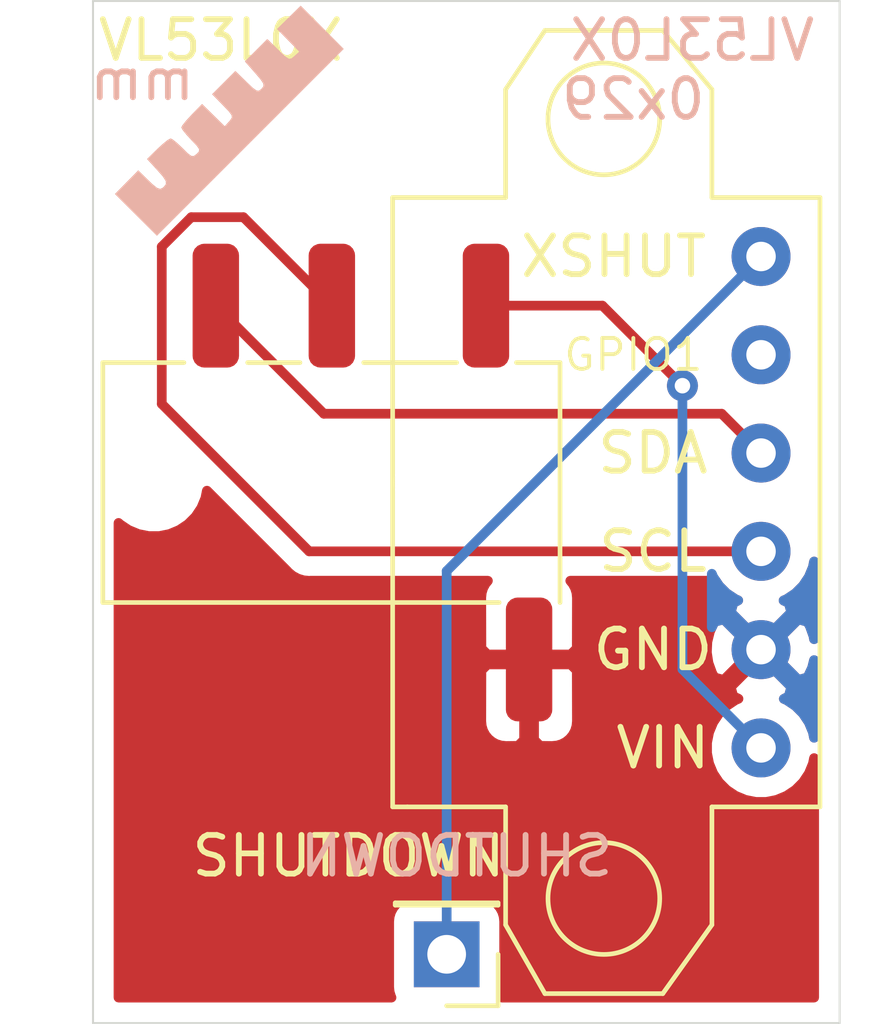
<source format=kicad_pcb>
(kicad_pcb (version 20171130) (host pcbnew "(5.1.5)-3")

  (general
    (thickness 1.6)
    (drawings 10)
    (tracks 17)
    (zones 0)
    (modules 4)
    (nets 7)
  )

  (page A4)
  (layers
    (0 F.Cu signal)
    (31 B.Cu signal)
    (32 B.Adhes user)
    (33 F.Adhes user)
    (34 B.Paste user)
    (35 F.Paste user)
    (36 B.SilkS user)
    (37 F.SilkS user)
    (38 B.Mask user)
    (39 F.Mask user)
    (40 Dwgs.User user)
    (41 Cmts.User user)
    (42 Eco1.User user)
    (43 Eco2.User user)
    (44 Edge.Cuts user)
    (45 Margin user)
    (46 B.CrtYd user)
    (47 F.CrtYd user)
    (48 B.Fab user)
    (49 F.Fab user)
  )

  (setup
    (last_trace_width 0.25)
    (trace_clearance 0.2)
    (zone_clearance 0.508)
    (zone_45_only no)
    (trace_min 0.2)
    (via_size 0.8)
    (via_drill 0.4)
    (via_min_size 0.4)
    (via_min_drill 0.3)
    (uvia_size 0.3)
    (uvia_drill 0.1)
    (uvias_allowed no)
    (uvia_min_size 0.2)
    (uvia_min_drill 0.1)
    (edge_width 0.05)
    (segment_width 0.2)
    (pcb_text_width 0.3)
    (pcb_text_size 1.5 1.5)
    (mod_edge_width 0.12)
    (mod_text_size 1 1)
    (mod_text_width 0.15)
    (pad_size 1.524 1.524)
    (pad_drill 0.762)
    (pad_to_mask_clearance 0.051)
    (solder_mask_min_width 0.25)
    (aux_axis_origin 0 0)
    (visible_elements 7FFFFFFF)
    (pcbplotparams
      (layerselection 0x010fc_ffffffff)
      (usegerberextensions false)
      (usegerberattributes false)
      (usegerberadvancedattributes false)
      (creategerberjobfile false)
      (excludeedgelayer true)
      (linewidth 0.100000)
      (plotframeref false)
      (viasonmask false)
      (mode 1)
      (useauxorigin false)
      (hpglpennumber 1)
      (hpglpenspeed 20)
      (hpglpendiameter 15.000000)
      (psnegative false)
      (psa4output false)
      (plotreference true)
      (plotvalue true)
      (plotinvisibletext false)
      (padsonsilk false)
      (subtractmaskfromsilk false)
      (outputformat 1)
      (mirror false)
      (drillshape 0)
      (scaleselection 1)
      (outputdirectory "gerbers/"))
  )

  (net 0 "")
  (net 1 GND)
  (net 2 SDA)
  (net 3 SCL)
  (net 4 +3V3)
  (net 5 XSHUT)
  (net 6 "Net-(U1-Pad5)")

  (net_class Default "Ceci est la Netclass par défaut."
    (clearance 0.2)
    (trace_width 0.25)
    (via_dia 0.8)
    (via_drill 0.4)
    (uvia_dia 0.3)
    (uvia_drill 0.1)
    (add_net +3V3)
    (add_net GND)
    (add_net "Net-(U1-Pad5)")
    (add_net SCL)
    (add_net SDA)
    (add_net XSHUT)
  )

  (module usini_sensors:logo_distance (layer B.Cu) (tedit 5FDB7EF1) (tstamp 5FDCE6D2)
    (at 165.354 21.336 90)
    (fp_text reference G*** (at 0 4.318 90) (layer B.SilkS) hide
      (effects (font (size 1.524 1.524) (thickness 0.3)) (justify mirror))
    )
    (fp_text value LOGO (at 1.016 -4.064 90) (layer B.SilkS) hide
      (effects (font (size 1.524 1.524) (thickness 0.3)) (justify mirror))
    )
    (fp_poly (pts (xy 2.110165 2.366653) (xy 2.666147 1.813247) (xy 2.068321 1.206295) (xy 1.776067 1.494154)
      (xy 1.483814 1.782013) (xy 1.365444 1.651215) (xy 1.305099 1.57591) (xy 1.295536 1.510456)
      (xy 1.348571 1.424391) (xy 1.476018 1.287253) (xy 1.526658 1.235541) (xy 1.806243 0.950665)
      (xy 1.230868 0.37529) (xy 0.928567 0.641386) (xy 0.761338 0.783614) (xy 0.657627 0.850612)
      (xy 0.588274 0.853982) (xy 0.524121 0.805329) (xy 0.52197 0.803186) (xy 0.472323 0.739121)
      (xy 0.475889 0.672247) (xy 0.545385 0.574502) (xy 0.693527 0.41782) (xy 0.699209 0.412028)
      (xy 0.980743 0.125165) (xy 0.382835 -0.472743) (xy 0.097959 -0.193158) (xy -0.058944 -0.042754)
      (xy -0.156241 0.02993) (xy -0.224396 0.036707) (xy -0.293871 -0.010607) (xy -0.317715 -0.031944)
      (xy -0.448513 -0.150314) (xy 0.127473 -0.735092) (xy -0.145042 -1.002546) (xy -0.29928 -1.145007)
      (xy -0.421689 -1.242023) (xy -0.47625 -1.27) (xy -0.550244 -1.228672) (xy -0.680367 -1.121886)
      (xy -0.795673 -1.014113) (xy -0.944595 -0.872619) (xy -1.03504 -0.810108) (xy -1.097565 -0.815)
      (xy -1.162235 -0.87517) (xy -1.216099 -0.948206) (xy -1.213449 -1.016536) (xy -1.14141 -1.111995)
      (xy -1.015034 -1.239193) (xy -0.875483 -1.386161) (xy -0.783583 -1.503458) (xy -0.762 -1.550358)
      (xy -0.803457 -1.626902) (xy -0.910899 -1.759633) (xy -1.027109 -1.884569) (xy -1.292218 -2.154695)
      (xy -1.565441 -1.902847) (xy -1.744231 -1.74559) (xy -1.861647 -1.670696) (xy -1.944691 -1.669323)
      (xy -2.020366 -1.73263) (xy -2.034496 -1.749256) (xy -2.06764 -1.818412) (xy -2.039808 -1.901989)
      (xy -1.937265 -2.027617) (xy -1.851779 -2.116776) (xy -1.587517 -2.38604) (xy -1.890921 -2.684882)
      (xy -2.194326 -2.983724) (xy -2.731429 -2.443816) (xy -3.268533 -1.903908) (xy -0.857175 0.508076)
      (xy 1.554182 2.92006) (xy 2.110165 2.366653)) (layer B.SilkS) (width 0.01))
  )

  (module usini_sensors:module_vl53l0x (layer F.Cu) (tedit 5FDA8EEE) (tstamp 5FDCE2D7)
    (at 179.07 22.606 180)
    (path /5FDC8535)
    (fp_text reference U1 (at -1.524 -17.78) (layer F.SilkS) hide
      (effects (font (size 1 1) (thickness 0.15)))
    )
    (fp_text value module_vl53L0x-v2 (at -2.54 -8.636 90) (layer F.Fab)
      (effects (font (size 1 1) (thickness 0.15)))
    )
    (fp_text user XSHUT (at 3.81 -2.54) (layer F.SilkS)
      (effects (font (size 1 1) (thickness 0.15)))
    )
    (fp_text user GPIO1 (at 3.302 -5.08) (layer F.SilkS)
      (effects (font (size 0.8 0.8) (thickness 0.1)))
    )
    (fp_text user SDA (at 2.794 -7.62) (layer F.SilkS)
      (effects (font (size 1 1) (thickness 0.15)))
    )
    (fp_text user SCL (at 2.794 -10.16) (layer F.SilkS)
      (effects (font (size 1 1) (thickness 0.15)))
    )
    (fp_text user GND (at 2.794 -12.7) (layer F.SilkS)
      (effects (font (size 1 1) (thickness 0.15)))
    )
    (fp_text user VIN (at 2.54 -15.24) (layer F.SilkS)
      (effects (font (size 1 1) (thickness 0.15)))
    )
    (fp_line (start 2.54 -21.59) (end 1.27 -19.812) (layer F.SilkS) (width 0.12))
    (fp_line (start 6.604 -16.764) (end 6.604 -19.812) (layer F.SilkS) (width 0.12))
    (fp_line (start 5.588 -21.59) (end 2.54 -21.59) (layer F.SilkS) (width 0.12))
    (fp_line (start 1.27 -19.812) (end 1.27 -16.764) (layer F.SilkS) (width 0.12))
    (fp_line (start 6.604 -19.812) (end 5.588 -21.59) (layer F.SilkS) (width 0.12))
    (fp_line (start 1.27 1.778) (end 2.54 3.302) (layer F.SilkS) (width 0.12))
    (fp_line (start 5.588 3.302) (end 6.604 1.778) (layer F.SilkS) (width 0.12))
    (fp_circle (center 4.064 1.016) (end 4.572 2.368437) (layer F.SilkS) (width 0.12))
    (fp_circle (center 4.064 -19.132437) (end 4.572 -17.78) (layer F.SilkS) (width 0.12))
    (fp_line (start 6.604 -1.016) (end 9.525 -1.016) (layer F.SilkS) (width 0.12))
    (fp_line (start 1.27 -1.016) (end 1.27 1.778) (layer F.SilkS) (width 0.12))
    (fp_line (start 6.604 1.778) (end 6.604 -1.016) (layer F.SilkS) (width 0.12))
    (fp_line (start 2.54 3.302) (end 5.588 3.302) (layer F.SilkS) (width 0.12))
    (fp_line (start 9.144 -16.764) (end 9.525 -16.764) (layer F.SilkS) (width 0.12))
    (fp_line (start 6.604 -16.764) (end 9.144 -16.764) (layer F.SilkS) (width 0.12))
    (fp_line (start -1.524 -1.016) (end -1.524 -16.764) (layer F.SilkS) (width 0.12))
    (fp_line (start 1.27 -1.016) (end -1.524 -1.016) (layer F.SilkS) (width 0.12))
    (fp_line (start 9.525 -16.764) (end 9.525 -1.016) (layer F.SilkS) (width 0.12))
    (fp_line (start -1.524 -16.764) (end 1.27 -16.764) (layer F.SilkS) (width 0.12))
    (pad 6 thru_hole circle (at 0 -2.54 180) (size 1.524 1.524) (drill 0.762) (layers *.Cu *.Mask)
      (net 5 XSHUT))
    (pad 5 thru_hole circle (at 0 -5.08 180) (size 1.524 1.524) (drill 0.762) (layers *.Cu *.Mask)
      (net 6 "Net-(U1-Pad5)"))
    (pad 4 thru_hole circle (at 0 -7.62 180) (size 1.524 1.524) (drill 0.762) (layers *.Cu *.Mask)
      (net 2 SDA))
    (pad 3 thru_hole circle (at 0 -10.16 180) (size 1.524 1.524) (drill 0.762) (layers *.Cu *.Mask)
      (net 3 SCL))
    (pad 2 thru_hole circle (at 0 -12.7 180) (size 1.524 1.524) (drill 0.762) (layers *.Cu *.Mask)
      (net 1 GND))
    (pad 1 thru_hole circle (at 0 -15.24 180) (size 1.524 1.524) (drill 0.762) (layers *.Cu *.Mask)
      (net 4 +3V3))
    (model ${KIPRJMOD}/usini_sensors.pretty/vl53l0x.stp
      (offset (xyz 4 9 9.5))
      (scale (xyz 1 1 1))
      (rotate (xyz -90 0 -90))
    )
    (model ${KISYS3DMOD}/Connector_PinHeader_2.54mm.3dshapes/PinHeader_1x06_P2.54mm_Vertical.step
      (offset (xyz 0 15.4 9.5))
      (scale (xyz 1 1 1))
      (rotate (xyz 0 180 0))
    )
    (model ${KISYS3DMOD}/Connector_PinSocket_2.54mm.3dshapes/PinSocket_1x06_P2.54mm_Vertical.step
      (offset (xyz 0 15.3 0))
      (scale (xyz 1 1 1))
      (rotate (xyz 0 0 0))
    )
  )

  (module Connector_PinHeader_2.54mm:PinHeader_1x01_P2.54mm_Vertical (layer F.Cu) (tedit 59FED5CC) (tstamp 5FDCE2B4)
    (at 170.942 43.18 180)
    (descr "Through hole straight pin header, 1x01, 2.54mm pitch, single row")
    (tags "Through hole pin header THT 1x01 2.54mm single row")
    (path /5FDC9610)
    (fp_text reference J2 (at 0 -2.33) (layer F.SilkS) hide
      (effects (font (size 1 1) (thickness 0.15)))
    )
    (fp_text value "ADDR CHANGE PIN" (at 0 2.33) (layer F.Fab)
      (effects (font (size 1 1) (thickness 0.15)))
    )
    (fp_text user %R (at 0 0 90) (layer F.Fab)
      (effects (font (size 1 1) (thickness 0.15)))
    )
    (fp_line (start 1.8 -1.8) (end -1.8 -1.8) (layer F.CrtYd) (width 0.05))
    (fp_line (start 1.8 1.8) (end 1.8 -1.8) (layer F.CrtYd) (width 0.05))
    (fp_line (start -1.8 1.8) (end 1.8 1.8) (layer F.CrtYd) (width 0.05))
    (fp_line (start -1.8 -1.8) (end -1.8 1.8) (layer F.CrtYd) (width 0.05))
    (fp_line (start -1.33 -1.33) (end 0 -1.33) (layer F.SilkS) (width 0.12))
    (fp_line (start -1.33 0) (end -1.33 -1.33) (layer F.SilkS) (width 0.12))
    (fp_line (start -1.33 1.27) (end 1.33 1.27) (layer F.SilkS) (width 0.12))
    (fp_line (start 1.33 1.27) (end 1.33 1.33) (layer F.SilkS) (width 0.12))
    (fp_line (start -1.33 1.27) (end -1.33 1.33) (layer F.SilkS) (width 0.12))
    (fp_line (start -1.33 1.33) (end 1.33 1.33) (layer F.SilkS) (width 0.12))
    (fp_line (start -1.27 -0.635) (end -0.635 -1.27) (layer F.Fab) (width 0.1))
    (fp_line (start -1.27 1.27) (end -1.27 -0.635) (layer F.Fab) (width 0.1))
    (fp_line (start 1.27 1.27) (end -1.27 1.27) (layer F.Fab) (width 0.1))
    (fp_line (start 1.27 -1.27) (end 1.27 1.27) (layer F.Fab) (width 0.1))
    (fp_line (start -0.635 -1.27) (end 1.27 -1.27) (layer F.Fab) (width 0.1))
    (pad 1 thru_hole rect (at 0 0 180) (size 1.7 1.7) (drill 1) (layers *.Cu *.Mask)
      (net 5 XSHUT))
    (model ${KISYS3DMOD}/Connector_PinHeader_2.54mm.3dshapes/PinHeader_1x01_P2.54mm_Horizontal.wrl
      (at (xyz 0 0 0))
      (scale (xyz 1 1 1))
      (rotate (xyz 0 0 0))
    )
  )

  (module usini_sensors:jack_3.5mm_TRRS (layer F.Cu) (tedit 5FDB7F81) (tstamp 5FDA3052)
    (at 168.148 30.988)
    (descr "Headphones with microphone connector, 3.5mm, 4 pins (http://www.qingpu-electronics.com/en/products/WQP-PJ320D-72.html)")
    (tags "3.5mm jack mic microphone phones headphones 4pins audio plug")
    (path /5FDC3E76)
    (attr smd)
    (fp_text reference J1 (at -0.508 0.508 90) (layer F.SilkS) hide
      (effects (font (size 1 1) (thickness 0.15)))
    )
    (fp_text value AudioJack4 (at -0.025 6.35) (layer F.Fab)
      (effects (font (size 1 1) (thickness 0.15)))
    )
    (fp_circle (center 3.9 -2.35) (end 3.95 -2.1) (layer F.Fab) (width 0.12))
    (fp_line (start -6.096 -3.1) (end -6.096 3.1) (layer F.SilkS) (width 0.12))
    (fp_line (start -8.73 -5) (end 6.07 -5) (layer F.CrtYd) (width 0.05))
    (fp_line (start -8.73 5) (end 6.07 5) (layer F.CrtYd) (width 0.05))
    (fp_line (start 5.725 3.1) (end 5.725 -3.1) (layer F.SilkS) (width 0.12))
    (fp_line (start -8.73 5) (end -8.73 -5) (layer F.CrtYd) (width 0.05))
    (fp_line (start 6.07 5) (end 6.07 -5) (layer F.CrtYd) (width 0.05))
    (fp_line (start -6.096 -3.1) (end -4 -3.1) (layer F.SilkS) (width 0.12))
    (fp_line (start -2.35 -3.1) (end -1 -3.1) (layer F.SilkS) (width 0.12))
    (fp_line (start 0.65 -3.1) (end 3.05 -3.1) (layer F.SilkS) (width 0.12))
    (fp_line (start 4.6 -3.1) (end 5.725 -3.1) (layer F.SilkS) (width 0.12))
    (fp_line (start 4.15 3.1) (end -6.096 3.1) (layer F.SilkS) (width 0.12))
    (fp_line (start 5.575 -2.9) (end 5.575 2.9) (layer F.Fab) (width 0.1))
    (fp_line (start -6.096 -2.9) (end 5.575 -2.9) (layer F.Fab) (width 0.1))
    (fp_line (start -6.096 -2.3) (end -6.096 -2.9) (layer F.Fab) (width 0.1))
    (fp_line (start -8.225 -2.3) (end -6.096 -2.3) (layer F.Fab) (width 0.1))
    (fp_line (start -8.225 2.3) (end -8.225 -2.3) (layer F.Fab) (width 0.1))
    (fp_line (start -6.096 2.3) (end -8.225 2.3) (layer F.Fab) (width 0.1))
    (fp_line (start -6.096 2.9) (end -6.096 2.286) (layer F.Fab) (width 0.1))
    (fp_line (start 5.575 2.9) (end -6.096 2.9) (layer F.Fab) (width 0.1))
    (fp_text user %R (at -1.195 0) (layer F.Fab)
      (effects (font (size 1 1) (thickness 0.15)))
    )
    (pad "" np_thru_hole circle (at 2.225 0) (size 1.5 1.5) (drill 1.5) (layers *.Cu *.Mask))
    (pad "" np_thru_hole circle (at -4.775 0) (size 1.5 1.5) (drill 1.5) (layers *.Cu *.Mask))
    (pad R2 smd roundrect (at -3.175 -4.572) (size 1.2 3.2) (layers F.Cu F.Paste F.Mask) (roundrect_rratio 0.25)
      (net 2 SDA))
    (pad R1 smd roundrect (at -0.175 -4.572) (size 1.2 3.2) (layers F.Cu F.Paste F.Mask) (roundrect_rratio 0.25)
      (net 3 SCL))
    (pad T smd roundrect (at 3.81 -4.572) (size 1.2 3.2) (layers F.Cu F.Paste F.Mask) (roundrect_rratio 0.25)
      (net 4 +3V3))
    (pad S smd roundrect (at 4.925 4.572) (size 1.2 3.2) (layers F.Cu F.Paste F.Mask) (roundrect_rratio 0.25)
      (net 1 GND))
    (model ${KIPRJMOD}/usini_sensors.pretty/audio_3.5mm_trrs.step
      (offset (xyz 5.5 -3 0))
      (scale (xyz 1 1 1))
      (rotate (xyz 0 0 -90))
    )
  )

  (gr_text SHUTDOWN (at 168.402 40.64) (layer F.SilkS) (tstamp 5FDCE7AA)
    (effects (font (size 1 1) (thickness 0.15)))
  )
  (gr_text mm (at 163.068 20.574) (layer B.SilkS)
    (effects (font (size 1 1) (thickness 0.15)) (justify mirror))
  )
  (gr_text VL53L0X (at 165.1 19.558) (layer F.SilkS)
    (effects (font (size 1 1) (thickness 0.15)))
  )
  (gr_line (start 181.102 44.958) (end 181.102 18.542) (layer Edge.Cuts) (width 0.05))
  (gr_line (start 161.798 44.958) (end 181.102 44.958) (layer Edge.Cuts) (width 0.05))
  (gr_line (start 161.798 18.542) (end 161.798 44.958) (layer Edge.Cuts) (width 0.05))
  (gr_line (start 181.102 18.542) (end 161.798 18.542) (layer Edge.Cuts) (width 0.05))
  (gr_text SHUTDOWN (at 171.196 40.64) (layer B.SilkS)
    (effects (font (size 1 1) (thickness 0.15)) (justify mirror))
  )
  (gr_text 0x29 (at 175.768 21.082) (layer B.SilkS)
    (effects (font (size 1 1) (thickness 0.15)) (justify mirror))
  )
  (gr_text VL53L0X (at 177.292 19.558) (layer B.SilkS)
    (effects (font (size 1 1) (thickness 0.15)) (justify mirror))
  )

  (segment (start 179.07 30.226) (end 178.054 29.21) (width 0.25) (layer F.Cu) (net 2))
  (segment (start 167.767 29.21) (end 164.973 26.416) (width 0.25) (layer F.Cu) (net 2))
  (segment (start 178.054 29.21) (end 167.767 29.21) (width 0.25) (layer F.Cu) (net 2))
  (segment (start 167.386 32.766) (end 179.07 32.766) (width 0.25) (layer F.Cu) (net 3))
  (segment (start 167.973 26.416) (end 165.687 24.13) (width 0.25) (layer F.Cu) (net 3))
  (segment (start 163.576 24.892) (end 163.576 28.956) (width 0.25) (layer F.Cu) (net 3))
  (segment (start 164.338 24.13) (end 163.576 24.892) (width 0.25) (layer F.Cu) (net 3))
  (segment (start 165.687 24.13) (end 164.338 24.13) (width 0.25) (layer F.Cu) (net 3))
  (segment (start 163.576 28.956) (end 167.386 32.766) (width 0.25) (layer F.Cu) (net 3))
  (segment (start 179.07 37.846) (end 177.038 35.814) (width 0.25) (layer B.Cu) (net 4))
  (segment (start 177.038 35.814) (end 177.038 28.702) (width 0.25) (layer B.Cu) (net 4))
  (via (at 177.038 28.485) (size 0.8) (drill 0.4) (layers F.Cu B.Cu) (net 4))
  (segment (start 177.038 28.702) (end 177.038 28.485) (width 0.25) (layer B.Cu) (net 4))
  (segment (start 174.969 26.416) (end 171.958 26.416) (width 0.25) (layer F.Cu) (net 4))
  (segment (start 177.038 28.485) (end 174.969 26.416) (width 0.25) (layer F.Cu) (net 4))
  (segment (start 170.942 33.274) (end 170.942 43.18) (width 0.25) (layer B.Cu) (net 5))
  (segment (start 179.07 25.146) (end 170.942 33.274) (width 0.25) (layer B.Cu) (net 5))

  (zone (net 1) (net_name GND) (layer F.Cu) (tstamp 5FE0F12B) (hatch edge 0.508)
    (connect_pads (clearance 0.508))
    (min_thickness 0.254)
    (fill yes (arc_segments 32) (thermal_gap 0.508) (thermal_bridge_width 0.508))
    (polygon
      (pts
        (xy 181.102 44.958) (xy 161.798 44.958) (xy 161.798 18.542) (xy 181.102 18.542)
      )
    )
    (filled_polygon
      (pts
        (xy 166.822201 33.277003) (xy 166.845999 33.306001) (xy 166.961724 33.400974) (xy 167.093753 33.471546) (xy 167.237014 33.515003)
        (xy 167.348667 33.526) (xy 167.348675 33.526) (xy 167.386 33.529676) (xy 167.423325 33.526) (xy 172.007712 33.526)
        (xy 171.942463 33.605506) (xy 171.883498 33.71582) (xy 171.847188 33.835518) (xy 171.834928 33.96) (xy 171.838 35.27425)
        (xy 171.99675 35.433) (xy 172.946 35.433) (xy 172.946 35.413) (xy 173.2 35.413) (xy 173.2 35.433)
        (xy 174.14925 35.433) (xy 174.204233 35.378017) (xy 177.66809 35.378017) (xy 177.709078 35.650133) (xy 177.802364 35.909023)
        (xy 177.864344 36.02498) (xy 178.104435 36.09196) (xy 178.890395 35.306) (xy 178.104435 34.52004) (xy 177.864344 34.58702)
        (xy 177.747244 34.836048) (xy 177.680977 35.103135) (xy 177.66809 35.378017) (xy 174.204233 35.378017) (xy 174.308 35.27425)
        (xy 174.311072 33.96) (xy 174.298812 33.835518) (xy 174.262502 33.71582) (xy 174.203537 33.605506) (xy 174.138288 33.526)
        (xy 177.897659 33.526) (xy 177.98488 33.656535) (xy 178.179465 33.85112) (xy 178.408273 34.004005) (xy 178.479943 34.033692)
        (xy 178.466977 34.038364) (xy 178.35102 34.100344) (xy 178.28404 34.340435) (xy 179.07 35.126395) (xy 179.85596 34.340435)
        (xy 179.78898 34.100344) (xy 179.65324 34.036515) (xy 179.731727 34.004005) (xy 179.960535 33.85112) (xy 180.15512 33.656535)
        (xy 180.308005 33.427727) (xy 180.413314 33.17349) (xy 180.442 33.029273) (xy 180.442 35.035415) (xy 180.430922 34.961867)
        (xy 180.337636 34.702977) (xy 180.275656 34.58702) (xy 180.035565 34.52004) (xy 179.249605 35.306) (xy 180.035565 36.09196)
        (xy 180.275656 36.02498) (xy 180.392756 35.775952) (xy 180.442 35.577474) (xy 180.442 37.582726) (xy 180.413314 37.43851)
        (xy 180.308005 37.184273) (xy 180.15512 36.955465) (xy 179.960535 36.76088) (xy 179.731727 36.607995) (xy 179.660057 36.578308)
        (xy 179.673023 36.573636) (xy 179.78898 36.511656) (xy 179.85596 36.271565) (xy 179.07 35.485605) (xy 178.28404 36.271565)
        (xy 178.35102 36.511656) (xy 178.48676 36.575485) (xy 178.408273 36.607995) (xy 178.179465 36.76088) (xy 177.98488 36.955465)
        (xy 177.831995 37.184273) (xy 177.726686 37.43851) (xy 177.673 37.708408) (xy 177.673 37.983592) (xy 177.726686 38.25349)
        (xy 177.831995 38.507727) (xy 177.98488 38.736535) (xy 178.179465 38.93112) (xy 178.408273 39.084005) (xy 178.66251 39.189314)
        (xy 178.932408 39.243) (xy 179.207592 39.243) (xy 179.47749 39.189314) (xy 179.731727 39.084005) (xy 179.960535 38.93112)
        (xy 180.15512 38.736535) (xy 180.308005 38.507727) (xy 180.413314 38.25349) (xy 180.442 38.109274) (xy 180.442 44.298)
        (xy 172.36877 44.298) (xy 172.381502 44.27418) (xy 172.417812 44.154482) (xy 172.430072 44.03) (xy 172.430072 42.33)
        (xy 172.417812 42.205518) (xy 172.381502 42.08582) (xy 172.322537 41.975506) (xy 172.243185 41.878815) (xy 172.146494 41.799463)
        (xy 172.03618 41.740498) (xy 171.916482 41.704188) (xy 171.792 41.691928) (xy 170.092 41.691928) (xy 169.967518 41.704188)
        (xy 169.84782 41.740498) (xy 169.737506 41.799463) (xy 169.640815 41.878815) (xy 169.561463 41.975506) (xy 169.502498 42.08582)
        (xy 169.466188 42.205518) (xy 169.453928 42.33) (xy 169.453928 44.03) (xy 169.466188 44.154482) (xy 169.502498 44.27418)
        (xy 169.51523 44.298) (xy 162.458 44.298) (xy 162.458 37.16) (xy 171.834928 37.16) (xy 171.847188 37.284482)
        (xy 171.883498 37.40418) (xy 171.942463 37.514494) (xy 172.021815 37.611185) (xy 172.118506 37.690537) (xy 172.22882 37.749502)
        (xy 172.348518 37.785812) (xy 172.473 37.798072) (xy 172.78725 37.795) (xy 172.946 37.63625) (xy 172.946 35.687)
        (xy 173.2 35.687) (xy 173.2 37.63625) (xy 173.35875 37.795) (xy 173.673 37.798072) (xy 173.797482 37.785812)
        (xy 173.91718 37.749502) (xy 174.027494 37.690537) (xy 174.124185 37.611185) (xy 174.203537 37.514494) (xy 174.262502 37.40418)
        (xy 174.298812 37.284482) (xy 174.311072 37.16) (xy 174.308 35.84575) (xy 174.14925 35.687) (xy 173.2 35.687)
        (xy 172.946 35.687) (xy 171.99675 35.687) (xy 171.838 35.84575) (xy 171.834928 37.16) (xy 162.458 37.16)
        (xy 162.458 32.031685) (xy 162.490114 32.063799) (xy 162.716957 32.215371) (xy 162.969011 32.319775) (xy 163.236589 32.373)
        (xy 163.509411 32.373) (xy 163.776989 32.319775) (xy 164.029043 32.215371) (xy 164.255886 32.063799) (xy 164.448799 31.870886)
        (xy 164.600371 31.644043) (xy 164.704775 31.391989) (xy 164.743335 31.198136)
      )
    )
  )
  (zone (net 1) (net_name GND) (layer B.Cu) (tstamp 5FE0F128) (hatch edge 0.508)
    (connect_pads (clearance 0.508))
    (min_thickness 0.254)
    (fill yes (arc_segments 32) (thermal_gap 0.508) (thermal_bridge_width 0.508))
    (polygon
      (pts
        (xy 181.102 44.958) (xy 161.798 44.958) (xy 161.798 18.542) (xy 181.102 18.542)
      )
    )
    (filled_polygon
      (pts
        (xy 180.442 35.035415) (xy 180.430922 34.961867) (xy 180.337636 34.702977) (xy 180.275656 34.58702) (xy 180.035565 34.52004)
        (xy 179.249605 35.306) (xy 180.035565 36.09196) (xy 180.275656 36.02498) (xy 180.392756 35.775952) (xy 180.442 35.577474)
        (xy 180.442 37.582726) (xy 180.413314 37.43851) (xy 180.308005 37.184273) (xy 180.15512 36.955465) (xy 179.960535 36.76088)
        (xy 179.731727 36.607995) (xy 179.660057 36.578308) (xy 179.673023 36.573636) (xy 179.78898 36.511656) (xy 179.85596 36.271565)
        (xy 179.07 35.485605) (xy 179.055858 35.499748) (xy 178.876253 35.320143) (xy 178.890395 35.306) (xy 178.104435 34.52004)
        (xy 177.864344 34.58702) (xy 177.798 34.728109) (xy 177.798 33.345656) (xy 177.831995 33.427727) (xy 177.98488 33.656535)
        (xy 178.179465 33.85112) (xy 178.408273 34.004005) (xy 178.479943 34.033692) (xy 178.466977 34.038364) (xy 178.35102 34.100344)
        (xy 178.28404 34.340435) (xy 179.07 35.126395) (xy 179.85596 34.340435) (xy 179.78898 34.100344) (xy 179.65324 34.036515)
        (xy 179.731727 34.004005) (xy 179.960535 33.85112) (xy 180.15512 33.656535) (xy 180.308005 33.427727) (xy 180.413314 33.17349)
        (xy 180.442 33.029273)
      )
    )
  )
)

</source>
